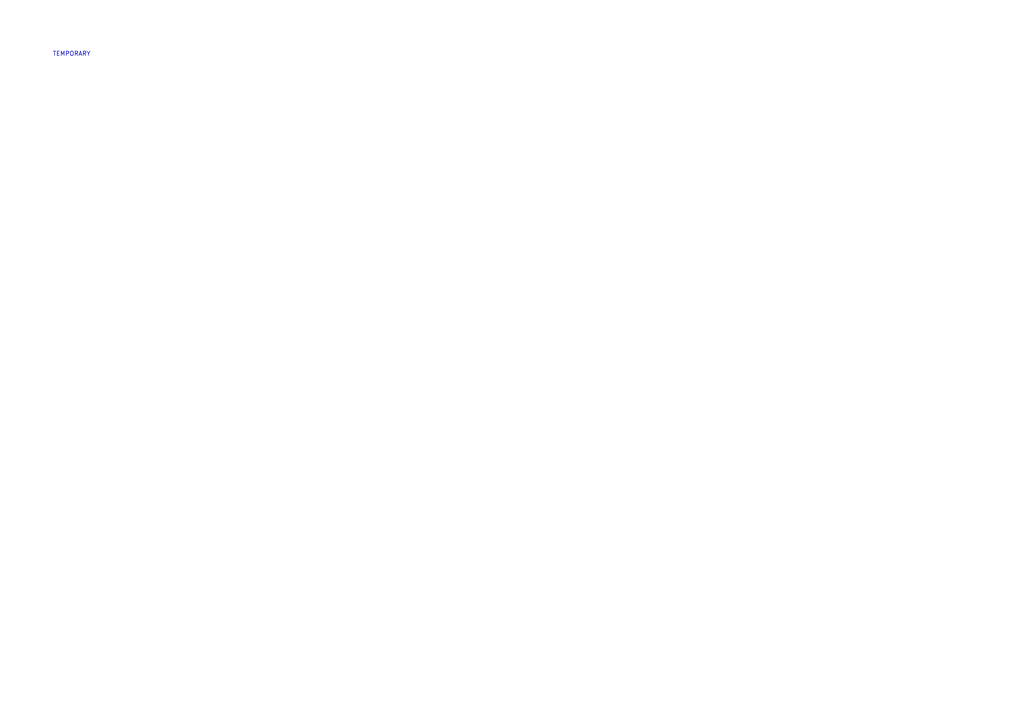
<source format=kicad_sch>
(kicad_sch (version 20220404) (generator eeschema)
  (paper "A4")
  (lib_symbols)
  (text "TEMPORARY" (at 15.24 16.51 0) (effects (font (size 1.27 1.27)) (justify left bottom)))
)
</source>
